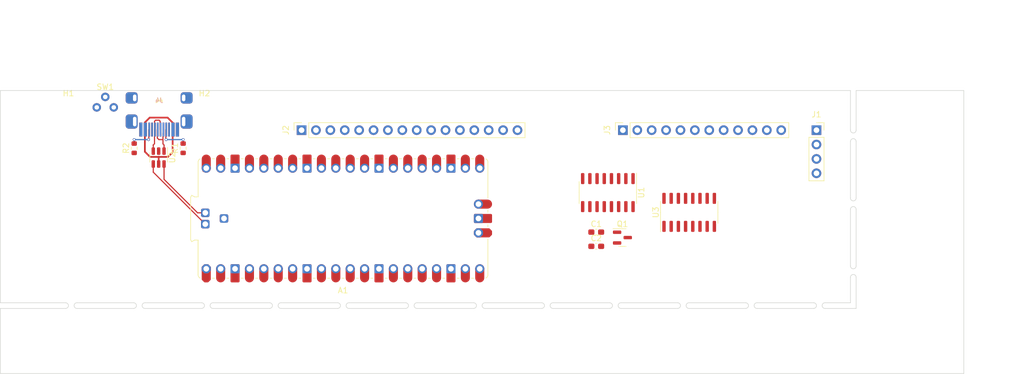
<source format=kicad_pcb>
(kicad_pcb (version 20221018) (generator pcbnew)
  (layers (0 "F.Cu" signal) (31 "B.Cu" signal) (34 "B.Paste" user) (35 "F.Paste" user) (36 "B.SilkS" user "B.Silkscreen") (37 "F.SilkS" user "F.Silkscreen") (38 "B.Mask" user) (39 "F.Mask" user) (44 "Edge.Cuts" user))
  (net 0 "")
  (net 1 "GND")
  (net 2 "VBUS")
  (net 3 "/SCROLL_LOCK")
  (net 4 "/CAPS_LOCK")
  (net 5 "/NUM_LOCK")
  (net 6 "/ROW1")
  (net 7 "/ROW2")
  (net 8 "/ROW3")
  (net 9 "/ROW4")
  (net 10 "/ROW5")
  (net 11 "/ROW6")
  (net 12 "/ROW7")
  (net 13 "/ROW8")
  (net 14 "/COL1")
  (net 15 "/COL2")
  (net 16 "/COL3")
  (net 17 "/COL4")
  (net 18 "/COL5")
  (net 19 "/COL6")
  (net 20 "/COL7")
  (net 21 "/COL8")
  (net 22 "Net-(J4-CC1)")
  (net 23 "/USB_D+")
  (net 24 "/USB_D-")
  (net 25 "Net-(J4-CC2)")
  (net 26 "+3V3")
  (net 27 "/COL9")
  (net 28 "/COL10")
  (net 29 "/COL11")
  (net 30 "/COL12")
  (net 53 "/SPI1_RX")
  (net 54 "/SPI1_CS")
  (net 55 "/SPI1_SCK")
  (net 56 "/USB_ESD_D-")
  (net 57 "/USB_ESD_D+")
  (net 58 "/RUN")
  (net 59 "Net-(Q1-D)")
  (net 60 "/COL13")
  (net 61 "/COL14")
  (net 62 "/COL15")
  (net 63 "/COL16")
  (net 64 "Net-(U1-SA{slash}SerialIn)")
  (footprint "prettylib:Raspberry_Pi_Pico_SMT_THT" (layer "F.Cu") (at 67.222 61.996 90)
    (fp_text reference "A1" (at -3.81 24.13) (layer "F.SilkS"))
    (fp_text value "RaspberryPi-Pico")
    (fp_line (start -1.67 1.06) (end -1.67 1.48) (stroke (width 0.12)) (layer "F.SilkS"))
    (fp_line (start -1.67 3.6) (end -1.67 4.02) (stroke (width 0.12)) (layer "F.SilkS"))
    (fp_line (start -1.67 6.14) (end -1.67 6.56) (stroke (width 0.12)) (layer "F.SilkS"))
    (fp_line (start -1.67 8.68) (end -1.67 9.1) (stroke (width 0.12)) (layer "F.SilkS"))
    (fp_line (start -1.67 11.22) (end -1.67 11.64) (stroke (width 0.12)) (layer "F.SilkS"))
    (fp_line (start -1.67 13.76) (end -1.67 14.18) (stroke (width 0.12)) (layer "F.SilkS"))
    (fp_line (start -1.67 16.3) (end -1.67 16.72) (stroke (width 0.12)) (layer "F.SilkS"))
    (fp_line (start -1.67 18.84) (end -1.67 19.26) (stroke (width 0.12)) (layer "F.SilkS"))
    (fp_line (start -1.67 21.38) (end -1.67 21.8) (stroke (width 0.12)) (layer "F.SilkS"))
    (fp_line (start -1.67 23.92) (end -1.67 24.34) (stroke (width 0.12)) (layer "F.SilkS"))
    (fp_line (start -1.67 26.46) (end -1.67 26.88) (stroke (width 0.12)) (layer "F.SilkS"))
    (fp_line (start -1.67 29) (end -1.67 29.42) (stroke (width 0.12)) (layer "F.SilkS"))
    (fp_line (start -1.67 31.54) (end -1.67 31.96) (stroke (width 0.12)) (layer "F.SilkS"))
    (fp_line (start -1.67 34.08) (end -1.67 34.5) (stroke (width 0.12)) (layer "F.SilkS"))
    (fp_line (start -1.67 36.62) (end -1.67 37.04) (stroke (width 0.12)) (layer "F.SilkS"))
    (fp_line (start -1.67 39.16) (end -1.67 39.58) (stroke (width 0.12)) (layer "F.SilkS"))
    (fp_line (start -1.67 41.7) (end -1.67 42.12) (stroke (width 0.12)) (layer "F.SilkS"))
    (fp_line (start -1.67 44.24) (end -1.67 44.66) (stroke (width 0.12)) (layer "F.SilkS"))
    (fp_line (start -1.67 46.78) (end -1.67 47.2) (stroke (width 0.12)) (layer "F.SilkS"))
    (fp_line (start -1.11 -1.43) (end 5.08 -1.43) (stroke (width 0.12)) (layer "F.SilkS"))
    (fp_line (start -1.11 49.69) (end 5.29 49.69) (stroke (width 0.12)) (layer "F.SilkS"))
    (fp_line (start 4.79 -2.56) (end 5.12 -2.75) (stroke (width 0.12)) (layer "F.SilkS"))
    (fp_line (start 5.08 -2.06) (end 4.79 -2.56) (stroke (width 0.12)) (layer "F.SilkS"))
    (fp_line (start 5.08 -1.43) (end -1.11 -1.43) (stroke (width 0.12)) (layer "F.SilkS"))
    (fp_line (start 5.08 -1.43) (end 5.08 -2.06) (stroke (width 0.12)) (layer "F.SilkS"))
    (fp_line (start 5.12 -2.75) (end 12.66 -2.75) (stroke (width 0.12)) (layer "F.SilkS"))
    (fp_line (start 7.41 49.69) (end 7.83 49.69) (stroke (width 0.12)) (layer "F.SilkS"))
    (fp_line (start 9.95 49.69) (end 10.37 49.69) (stroke (width 0.12)) (layer "F.SilkS"))
    (fp_line (start 12.49 49.69) (end 18.89 49.69) (stroke (width 0.12)) (layer "F.SilkS"))
    (fp_line (start 12.66 -2.75) (end 12.99 -2.56) (stroke (width 0.12)) (layer "F.SilkS"))
    (fp_line (start 12.7 -2.06) (end 12.7 -1.43) (stroke (width 0.12)) (layer "F.SilkS"))
    (fp_line (start 12.99 -2.56) (end 12.7 -2.06) (stroke (width 0.12)) (layer "F.SilkS"))
    (fp_line (start 18.89 -1.43) (end 12.7 -1.43) (stroke (width 0.12)) (layer "F.SilkS"))
    (fp_line (start 19.45 1.06) (end 19.45 1.48) (stroke (width 0.12)) (layer "F.SilkS"))
    (fp_line (start 19.45 3.6) (end 19.45 4.02) (stroke (width 0.12)) (layer "F.SilkS"))
    (fp_line (start 19.45 6.14) (end 19.45 6.56) (stroke (width 0.12)) (layer "F.SilkS"))
    (fp_line (start 19.45 8.68) (end 19.45 9.1) (stroke (width 0.12)) (layer "F.SilkS"))
    (fp_line (start 19.45 11.22) (end 19.45 11.64) (stroke (width 0.12)) (layer "F.SilkS"))
    (fp_line (start 19.45 13.76) (end 19.45 14.18) (stroke (width 0.12)) (layer "F.SilkS"))
    (fp_line (start 19.45 16.3) (end 19.45 16.72) (stroke (width 0.12)) (layer "F.SilkS"))
    (fp_line (start 19.45 18.84) (end 19.45 19.26) (stroke (width 0.12)) (layer "F.SilkS"))
    (fp_line (start 19.45 21.38) (end 19.45 21.8) (stroke (width 0.12)) (layer "F.SilkS"))
    (fp_line (start 19.45 23.92) (end 19.45 24.34) (stroke (width 0.12)) (layer "F.SilkS"))
    (fp_line (start 19.45 26.46) (end 19.45 26.88) (stroke (width 0.12)) (layer "F.SilkS"))
    (fp_line (start 19.45 29) (end 19.45 29.42) (stroke (width 0.12)) (layer "F.SilkS"))
    (fp_line (start 19.45 31.54) (end 19.45 31.96) (stroke (width 0.12)) (layer "F.SilkS"))
    (fp_line (start 19.45 34.08) (end 19.45 34.5) (stroke (width 0.12)) (layer "F.SilkS"))
    (fp_line (start 19.45 36.62) (end 19.45 37.04) (stroke (width 0.12)) (layer "F.SilkS"))
    (fp_line (start 19.45 39.16) (end 19.45 39.58) (stroke (width 0.12)) (layer "F.SilkS"))
    (fp_line (start 19.45 41.7) (end 19.45 42.12) (stroke (width 0.12)) (layer "F.SilkS"))
    (fp_line (start 19.45 44.24) (end 19.45 44.66) (stroke (width 0.12)) (layer "F.SilkS"))
    (fp_line (start 19.45 46.78) (end 19.45 47.2) (stroke (width 0.12)) (layer "F.SilkS"))
    (fp_arc (start -1.64 -1.06) (mid -1.433508 -1.328808) (end -1.11 -1.43) (stroke (width 0.12)) (layer "F.SilkS"))
    (fp_arc (start -1.11 49.69) (mid -1.433508 49.588809) (end -1.64 49.32) (stroke (width 0.12)) (layer "F.SilkS"))
    (fp_arc (start 18.89 -1.43) (mid 19.213491 -1.328806) (end 19.42 -1.06) (stroke (width 0.12)) (layer "F.SilkS"))
    (fp_arc (start 19.42 49.32) (mid 19.213487 49.588772) (end 18.89 49.69) (stroke (width 0.12)) (layer "F.SilkS"))
    (pad "" np_thru_hole circle (at 3.19 0.63 90) (size 2.1 2.1) (drill 2.1) (layers "F&B.Cu" "*.Mask") (clearance 1.05))
    (pad "" np_thru_hole circle (at 3.19 47.63 90) (size 2.1 2.1) (drill 2.1) (layers "F&B.Cu" "*.Mask") (clearance 1.05))
    (pad "" np_thru_hole circle (at 14.59 0.63 90) (size 2.1 2.1) (drill 2.1) (layers "F&B.Cu" "*.Mask") (clearance 1.05))
    (pad "" np_thru_hole circle (at 14.59 47.63 90) (size 2.1 2.1) (drill 2.1) (layers "F&B.Cu" "*.Mask") (clearance 1.05))
    (pad "1" smd custom (at -1.6 0 90) (size 1.6 1.6) (layers "F.Cu" "F.Mask") (net 6 "/ROW1") (options (clearance convexhull) (anchor circle)) (primitives (gr_poly (pts (xy 2.2 0.248529) (xy 1.848529 0.6) (xy -0.248529 0.6) (xy -0.6 0.248529) (xy -0.6 -0.248529) (xy -0.248529 -0.6) (xy 1.848529 -0.6) (xy 2.2 -0.248529)) (width 0.4) (fill yes))))
    (pad "1" thru_hole custom (at 0 0 90) (size 1.6 1.6) (drill 1) (layers "*.Cu" "*.Mask") (net 6 "/ROW1") (options (clearance convexhull) (anchor circle)) (primitives (gr_poly (pts (xy 0.6 0.248529) (xy 0.248529 0.6) (xy -0.248529 0.6) (xy -0.6 0.248529) (xy -0.6 -0.248529) (xy -0.248529 -0.6) (xy 0.248529 -0.6) (xy 0.6 -0.248529)) (width 0.4) (fill yes))))
    (pad "2" smd oval (at -1.6 2.54 90) (size 3.2 1.6) (drill (offset 0.8 0)) (layers "F.Cu" "F.Mask") (net 7 "/ROW2"))
    (pad "2" thru_hole circle (at 0 2.54 90) (size 1.6 1.6) (drill 1) (layers "*.Cu" "*.Mask") (net 7 "/ROW2"))
    (pad "3" smd roundrect (at -1.6 5.08 90) (size 3.2 1.6) (drill (offset 0.8 0)) (layers "F.Cu" "F.Mask") (roundrect_rratio 0.125) (net 1 "GND"))
    (pad "3" thru_hole roundrect (at 0 5.08 90) (size 1.6 1.6) (drill 1) (layers "*.Cu" "*.Mask") (roundrect_rratio 0.125) (net 1 "GND"))
    (pad "4" smd oval (at -1.6 7.62 90) (size 3.2 1.6) (drill (offset 0.8 0)) (layers "F.Cu" "F.Mask") (net 8 "/ROW3"))
    (pad "4" thru_hole circle (at 0 7.62 90) (size 1.6 1.6) (drill 1) (layers "*.Cu" "*.Mask") (net 8 "/ROW3"))
    (pad "5" smd oval (at -1.6 10.16 90) (size 3.2 1.6) (drill (offset 0.8 0)) (layers "F.Cu" "F.Mask") (net 9 "/ROW4"))
    (pad "5" thru_hole circle (at 0 10.16 90) (size 1.6 1.6) (drill 1) (layers "*.Cu" "*.Mask") (net 9 "/ROW4"))
    (pad "6" smd oval (at -1.6 12.7 90) (size 3.2 1.6) (drill (offset 0.8 0)) (layers "F.Cu" "F.Mask") (net 10 "/ROW5"))
    (pad "6" thru_hole circle (at 0 12.7 90) (size 1.6 1.6) (drill 1) (layers "*.Cu" "*.Mask") (net 10 "/ROW5"))
    (pad "7" smd oval (at -1.6 15.24 90) (size 3.2 1.6) (drill (offset 0.8 0)) (layers "F.Cu" "F.Mask") (net 11 "/ROW6"))
    (pad "7" thru_hole circle (at 0 15.24 90) (size 1.6 1.6) (drill 1) (layers "*.Cu" "*.Mask") (net 11 "/ROW6"))
    (pad "8" smd roundrect (at -1.6 17.78 90) (size 3.2 1.6) (drill (offset 0.8 0)) (layers "F.Cu" "F.Mask") (roundrect_rratio 0.125) (net 1 "GND"))
    (pad "8" thru_hole roundrect (at 0 17.78 90) (size 1.6 1.6) (drill 1) (layers "*.Cu" "*.Mask") (roundrect_rratio 0.125) (net 1 "GND"))
    (pad "9" smd oval (at -1.6 20.32 90) (size 3.2 1.6) (drill (offset 0.8 0)) (layers "F.Cu" "F.Mask") (net 12 "/ROW7"))
    (pad "9" thru_hole circle (at 0 20.32 90) (size 1.6 1.6) (drill 1) (layers "*.Cu" "*.Mask") (net 12 "/ROW7"))
    (pad "10" smd oval (at -1.6 22.86 90) (size 3.2 1.6) (drill (offset 0.8 0)) (layers "F.Cu" "F.Mask") (net 13 "/ROW8"))
    (pad "10" thru_hole circle (at 0 22.86 90) (size 1.6 1.6) (drill 1) (layers "*.Cu" "*.Mask") (net 13 "/ROW8"))
    (pad "11" smd oval (at -1.6 25.4 90) (size 3.2 1.6) (drill (offset 0.8 0)) (layers "F.Cu" "F.Mask") (net 53 "/SPI1_RX"))
    (pad "11" thru_hole circle (at 0 25.4 90) (size 1.6 1.6) (drill 1) (layers "*.Cu" "*.Mask") (net 53 "/SPI1_RX"))
    (pad "12" smd oval (at -1.6 27.94 90) (size 3.2 1.6) (drill (offset 0.8 0)) (layers "F.Cu" "F.Mask") (net 54 "/SPI1_CS"))
    (pad "12" thru_hole circle (at 0 27.94 90) (size 1.6 1.6) (drill 1) (layers "*.Cu" "*.Mask") (net 54 "/SPI1_CS"))
    (pad "13" smd roundrect (at -1.6 30.48 90) (size 3.2 1.6) (drill (offset 0.8 0)) (layers "F.Cu" "F.Mask") (roundrect_rratio 0.125) (net 1 "GND"))
    (pad "13" thru_hole roundrect (at 0 30.48 90) (size 1.6 1.6) (drill 1) (layers "*.Cu" "*.Mask") (roundrect_rratio 0.125) (net 1 "GND"))
    (pad "14" smd oval (at -1.6 33.02 90) (size 3.2 1.6) (drill (offset 0.8 0)) (layers "F.Cu" "F.Mask") (net 55 "/SPI1_SCK"))
    (pad "14" thru_hole circle (at 0 33.02 90) (size 1.6 1.6) (drill 1) (layers "*.Cu" "*.Mask") (net 55 "/SPI1_SCK"))
    (pad "15" smd oval (at -1.6 35.56 90) (size 3.2 1.6) (drill (offset 0.8 0)) (layers "F.Cu" "F.Mask") (net 3 "/SCROLL_LOCK"))
    (pad "15" thru_hole circle (at 0 35.56 90) (size 1.6 1.6) (drill 1) (layers "*.Cu" "*.Mask") (net 3 "/SCROLL_LOCK"))
    (pad "16" smd oval (at -1.6 38.1 90) (size 3.2 1.6) (drill (offset 0.8 0)) (layers "F.Cu" "F.Mask") (net 4 "/CAPS_LOCK"))
    (pad "16" thru_hole circle (at 0 38.1 90) (size 1.6 1.6) (drill 1) (layers "*.Cu" "*.Mask") (net 4 "/CAPS_LOCK"))
    (pad "17" smd oval (at -1.6 40.64 90) (size 3.2 1.6) (drill (offset 0.8 0)) (layers "F.Cu" "F.Mask") (net 5 "/NUM_LOCK"))
    (pad "17" thru_hole circle (at 0 40.64 90) (size 1.6 1.6) (drill 1) (layers "*.Cu" "*.Mask") (net 5 "/NUM_LOCK"))
    (pad "18" smd roundrect (at -1.6 43.18 90) (size 3.2 1.6) (drill (offset 0.8 0)) (layers "F.Cu" "F.Mask") (roundrect_rratio 0.125) (net 1 "GND"))
    (pad "18" thru_hole roundrect (at 0 43.18 90) (size 1.6 1.6) (drill 1) (layers "*.Cu" "*.Mask") (roundrect_rratio 0.125) (net 1 "GND"))
    (pad "19" smd oval (at -1.6 45.72 90) (size 3.2 1.6) (drill (offset 0.8 0)) (layers "F.Cu" "F.Mask"))
    (pad "19" thru_hole circle (at 0 45.72 90) (size 1.6 1.6) (drill 1) (layers "*.Cu" "*.Mask"))
    (pad "20" smd oval (at -1.6 48.26 90) (size 3.2 1.6) (drill (offset 0.8 0)) (layers "F.Cu" "F.Mask"))
    (pad "20" thru_hole circle (at 0 48.26 90) (size 1.6 1.6) (drill 1) (layers "*.Cu" "*.Mask"))
    (pad "21" thru_hole circle (at 17.78 48.26 90) (size 1.6 1.6) (drill 1) (layers "*.Cu" "*.Mask"))
    (pad "21" smd oval (at 19.38 48.26 90) (size 3.2 1.6) (drill (offset -0.8 0)) (layers "F.Cu" "F.Mask"))
    (pad "22" thru_hole circle (at 17.78 45.72 90) (size 1.6 1.6) (drill 1) (layers "*.Cu" "*.Mask"))
    (pad "22" smd oval (at 19.38 45.72 90) (size 3.2 1.6) (drill (offset -0.8 0)) (layers "F.Cu" "F.Mask"))
    (pad "23" thru_hole roundrect (at 17.78 43.18 90) (size 1.6 1.6) (drill 1) (layers "*.Cu" "*.Mask") (roundrect_rratio 0.125) (net 1 "GND"))
    (pad "23" smd roundrect (at 19.38 43.18 90) (size 3.2 1.6) (drill (offset -0.8 0)) (layers "F.Cu" "F.Mask") (roundrect_rratio 0.125) (net 1 "GND"))
    (pad "24" thru_hole circle (at 17.78 40.64 90) (size 1.6 1.6) (drill 1) (layers "*.Cu" "*.Mask"))
    (pad "24" smd oval (at 19.38 40.64 90) (size 3.2 1.6) (drill (offset -0.8 0)) (layers "F.Cu" "F.Mask"))
    (pad "25" thru_hole circle (at 17.78 38.1 90) (size 1.6 1.6) (drill 1) (layers "*.Cu" "*.Mask"))
    (pad "25" smd oval (at 19.38 38.1 90) (size 3.2 1.6) (drill (offset -0.8 0)) (layers "F.Cu" "F.Mask"))
    (pad "26" thru_hole circle (at 17.78 35.56 90) (size 1.6 1.6) (drill 1) (layers "*.Cu" "*.Mask"))
    (pad "26" smd oval (at 19.38 35.56 90) (size 3.2 1.6) (drill (offset -0.8 0)) (layers "F.Cu" "F.Mask"))
    (pad "27" thru_hole circle (at 17.78 33.02 90) (size 1.6 1.6) (drill 1) (layers "*.Cu" "*.Mask"))
    (pad "27" smd oval (at 19.38 33.02 90) (size 3.2 1.6) (drill (offset -0.8 0)) (layers "F.Cu" "F.Mask"))
    (pad "28" thru_hole roundrect (at 17.78 30.48 90) (size 1.6 1.6) (drill 1) (layers "*.Cu" "*.Mask") (roundrect_rratio 0.125) (net 1 "GND"))
    (pad "28" smd roundrect (at 19.38 30.48 90) (size 3.2 1.6) (drill (offset -0.8 0)) (layers "F.Cu" "F.Mask") (roundrect_rratio 0.125) (net 1 "GND"))
    (pad "29" thru_hole circle (at 17.78 27.94 90) (size 1.6 1.6) (drill 1) (layers "*.Cu" "*.Mask"))
    (pad "29" smd oval (at 19.38 27.94 90) (size 3.2 1.6) (drill (offset -0.8 0)) (layers "F.Cu" "F.Mask"))
    (pad "30" thru_hole circle (at 17.78 25.4 90) (size 1.6 1.6) (drill 1) (layers "*.Cu" "*.Mask") (net 58 "/RUN"))
    (pad "30" smd oval (at 19.38 25.4 90) (size 3.2 1.6) (drill (offset -0.8 0)) (layers "F.Cu" "F.Mask") (net 58 "/RUN"))
    (pad "31" thru_hole circle (at 17.78 22.86 90) (size 1.6 1.6) (drill 1) (layers "*.Cu" "*.Mask"))
    (pad "31" smd oval (at 19.38 22.86 90) (size 3.2 1.6) (drill (offset -0.8 0)) (layers "F.Cu" "F.Mask"))
    (pad "32" thru_hole circle (at 17.78 20.32 90) (size 1.6 1.6) (drill 1) (layers "*.Cu" "*.Mask"))
    (pad "32" smd oval (at 19.38 20.32 90) (size 3.2 1.6) (drill (offset -0.8 0)) (layers "F.Cu" "F.Mask"))
    (pad "33" thru_hole roundrect (at 17.78 17.78 90) (size 1.6 1.6) (drill 1) (layers "*.Cu" "*.Mask") (roundrect_rratio 0.125))
    (pad "33" smd roundrect (at 19.38 17.78 90) (size 3.2 1.6) (drill (offset -0.8 0)) (layers "F.Cu" "F.Mask") (roundrect_rratio 0.125))
    (pad "34" thru_hole circle (at 17.78 15.24 90) (size 1.6 1.6) (drill 1) (layers "*.Cu" "*.Mask"))
    (pad "34" smd oval (at 19.38 15.24 90) (size 3.2 1.6) (drill (offset -0.8 0)) (layers "F.Cu" "F.Mask"))
    (pad "35" thru_hole circle (at 17.78 12.7 90) (size 1.6 1.6) (drill 1) (layers "*.Cu" "*.Mask"))
    (pad "35" smd oval (at 19.38 12.7 90) (size 3.2 1.6) (drill (offset -0.8 0)) (layers "F.Cu" "F.Mask"))
    (pad "36" thru_hole circle (at 17.78 10.16 90) (size 1.6 1.6) (drill 1) (layers "*.Cu" "*.Mask") (net 26 "+3V3"))
    (pad "36" smd oval (at 19.38 10.16 90) (size 3.2 1.6) (drill (offset -0.8 0)) (layers "F.Cu" "F.Mask") (net 26 "+3V3"))
    (pad "37" thru_hole circle (at 17.78 7.62 90) (size 1.6 1.6) (drill 1) (layers "*.Cu" "*.Mask"))
    (pad "37" smd oval (at 19.38 7.62 90) (size 3.2 1.6) (drill (offset -0.8 0)) (layers "F.Cu" "F.Mask"))
    (pad "38" thru_hole roundrect (at 17.78 5.08 90) (size 1.6 1.6) (drill 1) (layers "*.Cu" "*.Mask") (roundrect_rratio 0.125) (net 1 "GND"))
    (pad "38" smd roundrect (at 19.38 5.08 90) (size 3.2 1.6) (drill (offset -0.8 0)) (layers "F.Cu" "F.Mask") (roundrect_rratio 0.125) (net 1 "GND"))
    (pad "39" thru_hole circle (at 17.78 2.54 90) (size 1.6 1.6) (drill 1) (layers "*.Cu" "*.Mask"))
    (pad "39" smd oval (at 19.38 2.54 90) (size 3.2 1.6) (drill (offset -0.8 0)) (layers "F.Cu" "F.Mask"))
    (pad "40" thru_hole circle (at 17.78 0 90) (size 1.6 1.6) (drill 1) (layers "*.Cu" "*.Mask") (net 2 "VBUS"))
    (pad "40" smd oval (at 19.38 0 90) (size 3.2 1.6) (drill (offset -0.8 0)) (layers "F.Cu" "F.Mask") (net 2 "VBUS"))
    (pad "41" thru_hole custom (at 6.35 48.03 90) (size 1.6 1.6) (drill 1) (layers "*.Cu" "*.Mask") (options (clearance convexhull) (anchor circle)) (primitives (gr_poly (pts (xy 0.6 0.248529) (xy 0.248529 0.6) (xy -0.248529 0.6) (xy -0.6 0.248529) (xy -0.6 -0.248529) (xy -0.248529 -0.6) (xy 0.248529 -0.6) (xy 0.6 -0.248529)) (width 0.4) (fill yes))))
    (pad "41" smd custom (at 6.35 49.63 90) (size 1.6 1.6) (layers "F.Cu" "F.Mask") (options (clearance convexhull) (anchor circle)) (primitives (gr_poly (pts (xy 0.6 0.248529) (xy 0.248529 0.6) (xy -0.248529 0.6) (xy -0.6 0.248529) (xy -0.6 -1.848529) (xy -0.248529 -2.2) (xy 0.248529 -2.2) (xy 0.6 -1.848529)) (width 0.4) (fill yes))))
    (pad "42" thru_hole roundrect (at 8.89 48.03 90) (size 1.6 1.6) (drill 1) (layers "*.Cu" "*.Mask") (roundrect_rratio 0.125) (net 1 "GND"))
    (pad "42" smd roundrect (at 8.89 49.63 90) (size 1.6 3.2) (drill (offset 0 -0.8)) (layers "F.Cu" "F.Mask") (roundrect_rratio 0.125) (net 1 "GND"))
    (pad "43" thru_hole circle (at 11.43 48.03 90) (size 1.6 1.6) (drill 1) (layers "*.Cu" "*.Mask"))
    (pad "43" smd oval (at 11.43 49.63 90) (size 1.6 3.2) (drill (offset 0 -0.8)) (layers "F.Cu" "F.Mask"))
    (pad "51" thru_hole roundrect (at 8.89 3.13 90) (size 1.5 1.5) (drill 1) (property pad_prop_testpoint) (layers "*.Cu" "*.Mask") (roundrect_rratio 0.2) (net 1 "GND"))
    (pad "52" thru_hole roundrect (at 9.89 -0.17 90) (size 1.5 1.5) (drill 1) (property pad_prop_testpoint) (layers "*.Cu" "*.Mask") (roundrect_rratio 0.2) (net 56 "/USB_ESD_D-"))
    (pad "53" thru_hole roundrect (at 7.89 -0.17 90) (size 1.5 1.5) (drill 1) (property pad_prop_testpoint) (layers "*.Cu" "*.Mask") (roundrect_rratio 0.2) (net 57 "/USB_ESD_D+"))
  )
  (footprint "MountingHole:MountingHole_3.5mm" (layer "F.Cu") (at 42.9 35.5)
    (fp_text reference "H1" (at 0 -4.5) (layer "F.SilkS"))
    (fp_text value "MountingHole")
    (pad "" np_thru_hole circle locked (at 0 0) (size 3.5 3.5) (drill 3.5) (layers "*.Cu" "*.Mask"))
  )
  (footprint "prettylib:TC-1109DE-X-X" (layer "F.Cu") (at 49.4 31.625)
    (fp_text reference "SW1" (at 0 -1.75 unlocked) (layer "F.SilkS"))
    (fp_text value "SWITCH")
    (pad "1" thru_hole circle (at 1.5 1.85 180) (size 1.5 1.5) (drill 0.8) (layers "*.Cu" "*.Mask") (net 1 "GND"))
    (pad "2" thru_hole circle (at -1.5 1.85 180) (size 1.5 1.5) (drill 0.8) (layers "*.Cu" "*.Mask") (net 58 "/RUN"))
    (pad "3" thru_hole circle (at 0 0 180) (size 1.5 1.5) (drill 0.8) (layers "*.Cu" "*.Mask"))
  )
  (footprint "Connector_PinSocket_2.54mm:PinSocket_1x12_P2.54mm_Vertical" (layer "F.Cu") (at 140.74 37.5 90)
    (fp_text reference "J3" (at 0 -2.77 90) (layer "F.SilkS"))
    (fp_text value "Columns")
    (fp_line (start -1.33 1.27) (end -1.33 29.27) (stroke (width 0.12)) (layer "F.SilkS"))
    (fp_line (start -1.33 1.27) (end 1.33 1.27) (stroke (width 0.12)) (layer "F.SilkS"))
    (fp_line (start -1.33 29.27) (end 1.33 29.27) (stroke (width 0.12)) (layer "F.SilkS"))
    (fp_line (start 0 -1.33) (end 1.33 -1.33) (stroke (width 0.12)) (layer "F.SilkS"))
    (fp_line (start 1.33 -1.33) (end 1.33 0) (stroke (width 0.12)) (layer "F.SilkS"))
    (fp_line (start 1.33 1.27) (end 1.33 29.27) (stroke (width 0.12)) (layer "F.SilkS"))
    (pad "1" thru_hole rect (at 0 0 90) (size 1.7 1.7) (drill 1) (layers "*.Cu" "*.Mask") (net 14 "/COL1"))
    (pad "2" thru_hole oval (at 0 2.54 90) (size 1.7 1.7) (drill 1) (layers "*.Cu" "*.Mask") (net 15 "/COL2"))
    (pad "3" thru_hole oval (at 0 5.08 90) (size 1.7 1.7) (drill 1) (layers "*.Cu" "*.Mask") (net 16 "/COL3"))
    (pad "4" thru_hole oval (at 0 7.62 90) (size 1.7 1.7) (drill 1) (layers "*.Cu" "*.Mask") (net 17 "/COL4"))
    (pad "5" thru_hole oval (at 0 10.16 90) (size 1.7 1.7) (drill 1) (layers "*.Cu" "*.Mask") (net 18 "/COL5"))
    (pad "6" thru_hole oval (at 0 12.7 90) (size 1.7 1.7) (drill 1) (layers "*.Cu" "*.Mask") (net 19 "/COL6"))
    (pad "7" thru_hole oval (at 0 15.24 90) (size 1.7 1.7) (drill 1) (layers "*.Cu" "*.Mask") (net 20 "/COL7"))
    (pad "8" thru_hole oval (at 0 17.78 90) (size 1.7 1.7) (drill 1) (layers "*.Cu" "*.Mask") (net 21 "/COL8"))
    (pad "9" thru_hole oval (at 0 20.32 90) (size 1.7 1.7) (drill 1) (layers "*.Cu" "*.Mask") (net 27 "/COL9"))
    (pad "10" thru_hole oval (at 0 22.86 90) (size 1.7 1.7) (drill 1) (layers "*.Cu" "*.Mask") (net 28 "/COL10"))
    (pad "11" thru_hole oval (at 0 25.4 90) (size 1.7 1.7) (drill 1) (layers "*.Cu" "*.Mask") (net 29 "/COL11"))
    (pad "12" thru_hole oval (at 0 27.94 90) (size 1.7 1.7) (drill 1) (layers "*.Cu" "*.Mask") (net 30 "/COL12"))
  )
  (footprint "Package_SO:SOIC-16_3.9x9.9mm_P1.27mm" (layer "F.Cu") (at 152.439 52.025 90)
    (fp_text reference "U3" (at 0 -5.9 90) (layer "F.SilkS"))
    (fp_text value "74HC589")
    (fp_line (start 0 -5.06) (end -3.45 -5.06) (stroke (width 0.12)) (layer "F.SilkS"))
    (fp_line (start 0 -5.06) (end 1.95 -5.06) (stroke (width 0.12)) (layer "F.SilkS"))
    (fp_line (start 0 5.06) (end -1.95 5.06) (stroke (width 0.12)) (layer "F.SilkS"))
    (fp_line (start 0 5.06) (end 1.95 5.06) (stroke (width 0.12)) (layer "F.SilkS"))
    (pad "1" smd roundrect (at -2.475 -4.445 90) (size 1.95 0.6) (layers "F.Cu" "F.Paste" "F.Mask") (net 28 "/COL10"))
    (pad "2" smd roundrect (at -2.475 -3.175 90) (size 1.95 0.6) (layers "F.Cu" "F.Paste" "F.Mask") (net 29 "/COL11"))
    (pad "3" smd roundrect (at -2.475 -1.905 90) (size 1.95 0.6) (layers "F.Cu" "F.Paste" "F.Mask") (net 30 "/COL12"))
    (pad "4" smd roundrect (at -2.475 -0.635 90) (size 1.95 0.6) (layers "F.Cu" "F.Paste" "F.Mask") (net 60 "/COL13"))
    (pad "5" smd roundrect (at -2.475 0.635 90) (size 1.95 0.6) (layers "F.Cu" "F.Paste" "F.Mask") (net 61 "/COL14"))
    (pad "6" smd roundrect (at -2.475 1.905 90) (size 1.95 0.6) (layers "F.Cu" "F.Paste" "F.Mask") (net 62 "/COL15"))
    (pad "7" smd roundrect (at -2.475 3.175 90) (size 1.95 0.6) (layers "F.Cu" "F.Paste" "F.Mask") (net 63 "/COL16"))
    (pad "8" smd roundrect (at -2.475 4.445 90) (size 1.95 0.6) (layers "F.Cu" "F.Paste" "F.Mask") (net 1 "GND"))
    (pad "9" smd roundrect (at 2.475 4.445 90) (size 1.95 0.6) (layers "F.Cu" "F.Paste" "F.Mask") (net 64 "Net-(U1-SA{slash}SerialIn)"))
    (pad "10" smd roundrect (at 2.475 3.175 90) (size 1.95 0.6) (layers "F.Cu" "F.Paste" "F.Mask") (net 54 "/SPI1_CS"))
    (pad "11" smd roundrect (at 2.475 1.905 90) (size 1.95 0.6) (layers "F.Cu" "F.Paste" "F.Mask") (net 55 "/SPI1_SCK"))
    (pad "12" smd roundrect (at 2.475 0.635 90) (size 1.95 0.6) (layers "F.Cu" "F.Paste" "F.Mask") (net 59 "Net-(Q1-D)"))
    (pad "13" smd roundrect (at 2.475 -0.635 90) (size 1.95 0.6) (layers "F.Cu" "F.Paste" "F.Mask") (net 59 "Net-(Q1-D)"))
    (pad "14" smd roundrect (at 2.475 -1.905 90) (size 1.95 0.6) (layers "F.Cu" "F.Paste" "F.Mask") (net 1 "GND"))
    (pad "15" smd roundrect (at 2.475 -3.175 90) (size 1.95 0.6) (layers "F.Cu" "F.Paste" "F.Mask") (net 27 "/COL9"))
    (pad "16" smd roundrect (at 2.475 -4.445 90) (size 1.95 0.6) (layers "F.Cu" "F.Paste" "F.Mask") (net 26 "+3V3"))
  )
  (footprint "Capacitor_SMD:C_0603_1608Metric_Pad1.08x0.95mm_HandSolder" (layer "F.Cu") (at 136.038 58.024)
    (fp_text reference "C2" (at 0 -1.43) (layer "F.SilkS"))
    (fp_text value "100n")
    (fp_line (start -0.146267 -0.51) (end 0.146267 -0.51) (stroke (width 0.12)) (layer "F.SilkS"))
    (fp_line (start -0.146267 0.51) (end 0.146267 0.51) (stroke (width 0.12)) (layer "F.SilkS"))
    (pad "1" smd roundrect (at -0.8625 0) (size 1.075 0.95) (layers "F.Cu" "F.Paste" "F.Mask") (net 26 "+3V3"))
    (pad "2" smd roundrect (at 0.8625 0) (size 1.075 0.95) (layers "F.Cu" "F.Paste" "F.Mask") (net 1 "GND"))
  )
  (footprint "Capacitor_SMD:C_0603_1608Metric_Pad1.08x0.95mm_HandSolder" (layer "F.Cu") (at 136.038 55.514)
    (fp_text reference "C1" (at 0 -1.43) (layer "F.SilkS"))
    (fp_text value "100n")
    (fp_line (start -0.146267 -0.51) (end 0.146267 -0.51) (stroke (width 0.12)) (layer "F.SilkS"))
    (fp_line (start -0.146267 0.51) (end 0.146267 0.51) (stroke (width 0.12)) (layer "F.SilkS"))
    (pad "1" smd roundrect (at -0.8625 0) (size 1.075 0.95) (layers "F.Cu" "F.Paste" "F.Mask") (net 26 "+3V3"))
    (pad "2" smd roundrect (at 0.8625 0) (size 1.075 0.95) (layers "F.Cu" "F.Paste" "F.Mask") (net 1 "GND"))
  )
  (footprint "Connector_PinSocket_2.54mm:PinSocket_1x16_P2.54mm_Vertical" (layer "F.Cu") (at 84.04 37.5 90)
    (fp_text reference "J2" (at 0 -2.77 90) (layer "F.SilkS"))
    (fp_text value "Rows")
    (fp_line (start -1.33 1.27) (end -1.33 39.43) (stroke (width 0.12)) (layer "F.SilkS"))
    (fp_line (start -1.33 1.27) (end 1.33 1.27) (stroke (width 0.12)) (layer "F.SilkS"))
    (fp_line (start -1.33 39.43) (end 1.33 39.43) (stroke (width 0.12)) (layer "F.SilkS"))
    (fp_line (start 0 -1.33) (end 1.33 -1.33) (stroke (width 0.12)) (layer "F.SilkS"))
    (fp_line (start 1.33 -1.33) (end 1.33 0) (stroke (width 0.12)) (layer "F.SilkS"))
    (fp_line (start 1.33 1.27) (end 1.33 39.43) (stroke (width 0.12)) (layer "F.SilkS"))
    (pad "1" thru_hole rect (at 0 0 90) (size 1.7 1.7) (drill 1) (layers "*.Cu" "*.Mask") (net 6 "/ROW1"))
    (pad "2" thru_hole oval (at 0 2.54 90) (size 1.7 1.7) (drill 1) (layers "*.Cu" "*.Mask") (net 7 "/ROW2"))
    (pad "3" thru_hole oval (at 0 5.08 90) (size 1.7 1.7) (drill 1) (layers "*.Cu" "*.Mask") (net 8 "/ROW3"))
    (pad "4" thru_hole oval (at 0 7.62 90) (size 1.7 1.7) (drill 1) (layers "*.Cu" "*.Mask") (net 9 "/ROW4"))
    (pad "5" thru_hole oval (at 0 10.16 90) (size 1.7 1.7) (drill 1) (layers "*.Cu" "*.Mask") (net 10 "/ROW5"))
    (pad "6" thru_hole oval (at 0 12.7 90) (size 1.7 1.7) (drill 1) (layers "*.Cu" "*.Mask") (net 11 "/ROW6"))
    (pad "7" thru_hole oval (at 0 15.24 90) (size 1.7 1.7) (drill 1) (layers "*.Cu" "*.Mask") (net 12 "/ROW7"))
    (pad "8" thru_hole oval (at 0 17.78 90) (size 1.7 1.7) (drill 1) (layers "*.Cu" "*.Mask") (net 13 "/ROW8"))
    (pad "9" thru_hole oval (at 0 20.32 90) (size 1.7 1.7) (drill 1) (layers "*.Cu" "*.Mask"))
    (pad "10" thru_hole oval (at 0 22.86 90) (size 1.7 1.7) (drill 1) (layers "*.Cu" "*.Mask"))
    (pad "11" thru_hole oval (at 0 25.4 90) (size 1.7 1.7) (drill 1) (layers "*.Cu" "*.Mask"))
    (pad "12" thru_hole oval (at 0 27.94 90) (size 1.7 1.7) (drill 1) (layers "*.Cu" "*.Mask"))
    (pad "13" thru_hole oval (at 0 30.48 90) (size 1.7 1.7) (drill 1) (layers "*.Cu" "*.Mask"))
    (pad "14" thru_hole oval (at 0 33.02 90) (size 1.7 1.7) (drill 1) (layers "*.Cu" "*.Mask"))
    (pad "15" thru_hole oval (at 0 35.56 90) (size 1.7 1.7) (drill 1) (layers "*.Cu" "*.Mask"))
    (pad "16" thru_hole oval (at 0 38.1 90) (size 1.7 1.7) (drill 1) (layers "*.Cu" "*.Mask"))
  )
  (footprint "Connector_PinSocket_2.54mm:PinSocket_1x04_P2.54mm_Vertical" (layer "F.Cu") (at 174.9 37.5)
    (fp_text reference "J1" (at 0 -2.77) (layer "F.SilkS"))
    (fp_text value "Leds")
    (fp_line (start -1.33 1.27) (end -1.33 8.95) (stroke (width 0.12)) (layer "F.SilkS"))
    (fp_line (start -1.33 1.27) (end 1.33 1.27) (stroke (width 0.12)) (layer "F.SilkS"))
    (fp_line (start -1.33 8.95) (end 1.33 8.95) (stroke (width 0.12)) (layer "F.SilkS"))
    (fp_line (start 0 -1.33) (end 1.33 -1.33) (stroke (width 0.12)) (layer "F.SilkS"))
    (fp_line (start 1.33 -1.33) (end 1.33 0) (stroke (width 0.12)) (layer "F.SilkS"))
    (fp_line (start 1.33 1.27) (end 1.33 8.95) (stroke (width 0.12)) (layer "F.SilkS"))
    (pad "1" thru_hole rect (at 0 0) (size 1.7 1.7) (drill 1) (layers "*.Cu" "*.Mask") (net 3 "/SCROLL_LOCK"))
    (pad "2" thru_hole oval (at 0 2.54) (size 1.7 1.7) (drill 1) (layers "*.Cu" "*.Mask") (net 4 "/CAPS_LOCK"))
    (pad "3" thru_hole oval (at 0 5.08) (size 1.7 1.7) (drill 1) (layers "*.Cu" "*.Mask") (net 26 "+3V3"))
    (pad "4" thru_hole oval (at 0 7.62) (size 1.7 1.7) (drill 1) (layers "*.Cu" "*.Mask") (net 5 "/NUM_LOCK"))
  )
  (footprint "Package_SO:SOIC-16_3.9x9.9mm_P1.27mm" (layer "F.Cu") (at 138.088 48.534 -90)
    (fp_text reference "U1" (at 0 -5.9 90) (layer "F.SilkS"))
    (fp_text value "74HC589")
    (fp_line (start 0 -5.06) (end -3.45 -5.06) (stroke (width 0.12)) (layer "F.SilkS"))
    (fp_line (start 0 -5.06) (end 1.95 -5.06) (stroke (width 0.12)) (layer "F.SilkS"))
    (fp_line (start 0 5.06) (end -1.95 5.06) (stroke (width 0.12)) (layer "F.SilkS"))
    (fp_line (start 0 5.06) (end 1.95 5.06) (stroke (width 0.12)) (layer "F.SilkS"))
    (pad "1" smd roundrect (at -2.475 -4.445 270) (size 1.95 0.6) (layers "F.Cu" "F.Paste" "F.Mask") (net 15 "/COL2"))
    (pad "2" smd roundrect (at -2.475 -3.175 270) (size 1.95 0.6) (layers "F.Cu" "F.Paste" "F.Mask") (net 16 "/COL3"))
    (pad "3" smd roundrect (at -2.475 -1.905 270) (size 1.95 0.6) (layers "F.Cu" "F.Paste" "F.Mask") (net 17 "/COL4"))
    (pad "4" smd roundrect (at -2.475 -0.635 270) (size 1.95 0.6) (layers "F.Cu" "F.Paste" "F.Mask") (net 18 "/COL5"))
    (pad "5" smd roundrect (at -2.475 0.635 270) (size 1.95 0.6) (layers "F.Cu" "F.Paste" "F.Mask") (net 19 "/COL6"))
    (pad "6" smd roundrect (at -2.475 1.905 270) (size 1.95 0.6) (layers "F.Cu" "F.Paste" "F.Mask") (net 20 "/COL7"))
    (pad "7" smd roundrect (at -2.475 3.175 270) (size 1.95 0.6) (layers "F.Cu" "F.Paste" "F.Mask") (net 21 "/COL8"))
    (pad "8" smd roundrect (at -2.475 4.445 270) (size 1.95 0.6) (layers "F.Cu" "F.Paste" "F.Mask") (net 1 "GND"))
    (pad "9" smd roundrect (at 2.475 4.445 270) (size 1.95 0.6) (layers "F.Cu" "F.Paste" "F.Mask") (net 53 "/SPI1_RX"))
    (pad "10" smd roundrect (at 2.475 3.175 270) (size 1.95 0.6) (layers "F.Cu" "F.Paste" "F.Mask") (net 54 "/SPI1_CS"))
    (pad "11" smd roundrect (at 2.475 1.905 270) (size 1.95 0.6) (layers "F.Cu" "F.Paste" "F.Mask") (net 55 "/SPI1_SCK"))
    (pad "12" smd roundrect (at 2.475 0.635 270) (size 1.95 0.6) (layers "F.Cu" "F.Paste" "F.Mask") (net 59 "Net-(Q1-D)"))
    (pad "13" smd roundrect (at 2.475 -0.635 270) (size 1.95 0.6) (layers "F.Cu" "F.Paste" "F.Mask") (net 59 "Net-(Q1-D)"))
    (pad "14" smd roundrect (at 2.475 -1.905 270) (size 1.95 0.6) (layers "F.Cu" "F.Paste" "F.Mask") (net 64 "Net-(U1-SA{slash}SerialIn)"))
    (pad "15" smd roundrect (at 2.475 -3.175 270) (size 1.95 0.6) (layers "F.Cu" "F.Paste" "F.Mask") (net 14 "/COL1"))
    (pad "16" smd roundrect (at 2.475 -4.445 270) (size 1.95 0.6) (layers "F.Cu" "F.Paste" "F.Mask") (net 26 "+3V3"))
  )
  (footprint "MountingHole:MountingHole_3.5mm" (layer "F.Cu") (at 66.9 35.5)
    (fp_text reference "H2" (at 0 -4.5) (layer "F.SilkS"))
    (fp_text value "MountingHole")
    (pad "" np_thru_hole circle locked (at 0 0) (size 3.5 3.5) (drill 3.5) (layers "*.Cu" "*.Mask"))
  )
  (footprint "Package_TO_SOT_SMD:SOT-23-6" (layer "F.Cu") (at 58.823101 42.343 -90)
    (fp_text reference "U2" (at 0 -2.4 90) (layer "F.SilkS"))
    (fp_text value "USBLC6-2SC6")
    (fp_line (start 0 -1.56) (end -1.8 -1.56) (stroke (width 0.12)) (layer "F.SilkS"))
    (fp_line (start 0 -1.56) (end 0.8 -1.56) (stroke (width 0.12)) (layer "F.SilkS"))
    (fp_line (start 0 1.56) (end -0.8 1.56) (stroke (width 0.12)) (layer "F.SilkS"))
    (fp_line (start 0 1.56) (end 0.8 1.56) (stroke (width 0.12)) (layer "F.SilkS"))
    (pad "1" smd roundrect (at -1.1375 -0.95 270) (size 1.325 0.6) (layers "F.Cu" "F.Paste" "F.Mask") (net 24 "/USB_D-"))
    (pad "2" smd roundrect (at -1.1375 0 270) (size 1.325 0.6) (layers "F.Cu" "F.Paste" "F.Mask") (net 1 "GND"))
    (pad "3" smd roundrect (at -1.1375 0.95 270) (size 1.325 0.6) (layers "F.Cu" "F.Paste" "F.Mask") (net 23 "/USB_D+"))
    (pad "4" smd roundrect (at 1.1375 0.95 270) (size 1.325 0.6) (layers "F.Cu" "F.Paste" "F.Mask") (net 57 "/USB_ESD_D+"))
    (pad "5" smd roundrect (at 1.1375 0 270) (size 1.325 0.6) (layers "F.Cu" "F.Paste" "F.Mask") (net 2 "VBUS"))
    (pad "6" smd roundrect (at 1.1375 -0.95 270) (size 1.325 0.6) (layers "F.Cu" "F.Paste" "F.Mask") (net 56 "/USB_ESD_D-"))
  )
  (footprint "Package_TO_SOT_SMD:SOT-23" (layer "F.Cu") (at 140.658 56.484)
    (fp_text reference "Q1" (at 0 -2.4) (layer "F.SilkS"))
    (fp_text value "2N7002")
    (fp_line (start 0 -1.56) (end -1.675 -1.56) (stroke (width 0.12)) (layer "F.SilkS"))
    (fp_line (start 0 -1.56) (end 0.65 -1.56) (stroke (width 0.12)) (layer "F.SilkS"))
    (fp_line (start 0 1.56) (end -0.65 1.56) (stroke (width 0.12)) (layer "F.SilkS"))
    (fp_line (start 0 1.56) (end 0.65 1.56) (stroke (width 0.12)) (layer "F.SilkS"))
    (pad "1" smd roundrect (at -0.9375 -0.95) (size 1.475 0.6) (layers "F.Cu" "F.Paste" "F.Mask") (net 54 "/SPI1_CS"))
    (pad "2" smd roundrect (at -0.9375 0.95) (size 1.475 0.6) (layers "F.Cu" "F.Paste" "F.Mask") (net 1 "GND"))
    (pad "3" smd roundrect (at 0.9375 0) (size 1.475 0.6) (layers "F.Cu" "F.Paste" "F.Mask") (net 59 "Net-(Q1-D)"))
  )
  (footprint "Resistor_SMD:R_0603_1608Metric" (layer "F.Cu") (at 63.141101 40.692 90)
    (fp_text reference "R1" (at 0 -1.43 90) (layer "F.SilkS"))
    (fp_text value "5.1k")
    (fp_line (start -0.237258 -0.5225) (end 0.237258 -0.5225) (stroke (width 0.12)) (layer "F.SilkS"))
    (fp_line (start -0.237258 0.5225) (end 0.237258 0.5225) (stroke (width 0.12)) (layer "F.SilkS"))
    (pad "1" smd roundrect (at -0.825 0 90) (size 0.8 0.95) (layers "F.Cu" "F.Paste" "F.Mask") (net 1 "GND"))
    (pad "2" smd roundrect (at 0.825 0 90) (size 0.8 0.95) (layers "F.Cu" "F.Paste" "F.Mask") (net 22 "Net-(J4-CC1)"))
  )
  (footprint "Resistor_SMD:R_0603_1608Metric" (layer "F.Cu") (at 54.505101 40.692 90)
    (fp_text reference "R2" (at 0 -1.43 90) (layer "F.SilkS"))
    (fp_text value "5.1k")
    (fp_line (start -0.237258 -0.5225) (end 0.237258 -0.5225) (stroke (width 0.12)) (layer "F.SilkS"))
    (fp_line (start -0.237258 0.5225) (end 0.237258 0.5225) (stroke (width 0.12)) (layer "F.SilkS"))
    (pad "1" smd roundrect (at -0.825 0 90) (size 0.8 0.95) (layers "F.Cu" "F.Paste" "F.Mask") (net 1 "GND"))
    (pad "2" smd roundrect (at 0.825 0 90) (size 0.8 0.95) (layers "F.Cu" "F.Paste" "F.Mask") (net 25 "Net-(J4-CC2)"))
  )
  (footprint "prettylib:HRO-TYPE-C-31-M-12-HandSoldering-NoSBU" (layer "B.Cu") (at 58.910101 33.2)
    (fp_text reference "J4" (at 0 -0.94378 180) (layer "B.SilkS") (effects (font (size 0.8128 0.8128) (thickness 0.1524)) (justify mirror)))
    (fp_text value "USB-C")
    (fp_text user "${REFERENCE}" (at 0 -0.94378 180) (layer "F.SilkS") (effects (font (size 0.8128 0.8128) (thickness 0.1524))))
    (pad "" np_thru_hole circle (at -2.89 2.25) (size 0.65 0.65) (drill 0.65) (layers "*.Cu" "*.Mask"))
    (pad "" np_thru_hole circle (at 2.89 2.25) (size 0.65 0.65) (drill 0.65) (layers "*.Cu" "*.Mask"))
    (pad "A1" smd rect (at -3.225 4.195) (size 0.57 2.45) (layers "B.Cu" "B.Paste" "B.Mask") (net 1 "GND"))
    (pad "A1" smd rect (at 3.225 4.195) (size 0.57 2.45) (layers "F.Cu" "F.Paste" "F.Mask") (net 1 "GND"))
    (pad "A4" smd rect (at -2.45 4.195) (size 0.57 2.45) (layers "B.Cu" "B.Paste" "B.Mask") (net 2 "VBUS"))
    (pad "A4" smd rect (at 2.45 4.195) (size 0.57 2.45) (layers "F.Cu" "F.Paste" "F.Mask") (net 2 "VBUS"))
    (pad "A5" smd rect (at -1.25 4.195) (size 0.3 2.45) (layers "B.Cu" "B.Paste" "B.Mask") (net 22 "Net-(J4-CC1)"))
    (pad "A5" smd rect (at 1.25 4.195) (size 0.3 2.45) (layers "F.Cu" "F.Paste" "F.Mask") (net 22 "Net-(J4-CC1)"))
    (pad "A6" smd rect (at -0.25 4.195) (size 0.3 2.45) (layers "B.Cu" "B.Paste" "B.Mask") (net 23 "/USB_D+"))
    (pad "A6" smd rect (at 0.25 4.195) (size 0.3 2.45) (layers "F.Cu" "F.Paste" "F.Mask") (net 23 "/USB_D+"))
    (pad "A7" smd rect (at -0.25 4.195) (size 0.3 2.45) (layers "F.Cu" "F.Paste" "F.Mask") (net 24 "/USB_D-"))
    (pad "A7" smd rect (at 0.25 4.195) (size 0.3 2.45) (layers "B.Cu" "B.Paste" "B.Mask") (net 24 "/USB_D-"))
    (pad "B1" smd rect (at -3.225 4.195) (size 0.57 2.45) (layers "F.Cu" "F.Paste" "F.Mask") (net 1 "GND"))
    (pad "B1" smd rect (at 3.225 4.195) (size 0.57 2.45) (layers "B.Cu" "B.Paste" "B.Mask") (net 1 "GND"))
    (pad "B4" smd rect (at -2.45 4.195) (size 0.57 2.45) (layers "F.Cu" "F.Paste" "F.Mask") (net 2 "VBUS"))
    (pad "B4" smd rect (at 2.45 4.195) (size 0.57 2.45) (layers "B.Cu" "B.Paste" "B.Mask") (net 2 "VBUS"))
    (pad "B5" smd rect (at -1.75 4.195) (size 0.3 2.45) (layers "F.Cu" "F.Paste" "F.Mask") (net 25 "Net-(J4-CC2)"))
    (pad "B5" smd rect (at 1.75 4.195) (size 0.3 2.45) (layers "B.Cu" "B.Paste" "B.Mask") (net 25 "Net-(J4-CC2)"))
    (pad "B6" smd rect (at -0.75 4.195) (size 0.3 2.45) (layers "F.Cu" "F.Paste" "F.Mask") (net 23 "/USB_D+"))
    (pad "B6" smd rect (at 0.75 4.195) (size 0.3 2.45) (layers "B.Cu" "B.Paste" "B.Mask") (net 23 "/USB_D+"))
    (pad "B7" smd rect (at -0.75 4.195) (size 0.3 2.45) (layers "B.Cu" "B.Paste" "B.Mask") (net 24 "/USB_D-"))
    (pad "B7" smd rect (at 0.75 4.195) (size 0.3 2.45) (layers "F.Cu" "F.Paste" "F.Mask") (net 24 "/USB_D-"))
    (pad "S1" smd roundrect (at -4.85 -1.4) (size 2.1 2) (layers "F.Cu" "F.Mask") (net 1 "GND"))
    (pad "S1" smd roundrect (at -4.85 -1.4) (size 2.1 2) (layers "B.Cu" "B.Mask") (net 1 "GND"))
    (pad "S1" smd roundrect (at -4.85 2.78) (size 2.1 2.5) (layers "F.Cu" "F.Mask") (net 1 "GND"))
    (pad "S1" smd roundrect (at -4.85 2.78) (size 2.1 2.5) (layers "B.Cu" "B.Mask") (net 1 "GND"))
    (pad "S1" thru_hole oval (at -4.32 -1.4) (size 1 1.6) (drill oval 0.6 1.2) (layers "*.Cu" "*.Mask") (net 1 "GND"))
    (pad "S1" thru_hole oval (at -4.32 2.78) (size 1 2.1) (drill oval 0.6 1.7) (layers "*.Cu" "*.Mask") (net 1 "GND"))
    (pad "S1" thru_hole oval (at 4.32 -1.4) (size 1 1.6) (drill oval 0.6 1.2) (layers "*.Cu" "*.Mask") (net 1 "GND"))
    (pad "S1" thru_hole oval (at 4.32 2.78) (size 1 2.1) (drill oval 0.6 1.7) (layers "*.Cu" "*.Mask") (net 1 "GND"))
    (pad "S1" smd roundrect (at 4.85 -1.4) (size 2.1 2) (layers "F.Cu" "F.Mask") (net 1 "GND"))
    (pad "S1" smd roundrect (at 4.85 -1.4) (size 2.1 2) (layers "B.Cu" "B.Mask") (net 1 "GND"))
    (pad "S1" smd roundrect (at 4.85 2.78) (size 2.1 2.5) (layers "F.Cu" "F.Mask") (net 1 "GND"))
    (pad "S1" smd roundrect (at 4.85 2.78) (size 2.1 2.5) (layers "B.Cu" "B.Mask") (net 1 "GND"))
    (pad "~" smd rect (at -1.75 4.195) (size 0.3 2.45) (layers "B.Cu" "B.Paste" "B.Mask"))
    (pad "~" smd rect (at -1.25 4.195) (size 0.3 2.45) (layers "F.Cu" "F.Paste" "F.Mask"))
    (pad "~" smd rect (at 1.25 4.195) (size 0.3 2.45) (layers "B.Cu" "B.Paste" "B.Mask"))
    (pad "~" smd rect (at 1.75 4.195) (size 0.3 2.45) (layers "F.Cu" "F.Paste" "F.Mask"))
  )
  (gr_arc (start 138.4 68) (mid 138.9 68.5) (end 138.4 69) (stroke (width 0.1)) (layer "Edge.Cuts"))
  (gr_line (start 44.4 69) (end 54.4 69) (stroke (width 0.1)) (layer "Edge.Cuts"))
  (gr_arc (start 44.4 69) (mid 43.9 68.5) (end 44.4 68) (stroke (width 0.1)) (layer "Edge.Cuts"))
  (gr_arc (start 56.4 69) (mid 55.9 68.5) (end 56.4 68) (stroke (width 0.1)) (layer "Edge.Cuts"))
  (gr_arc (start 78.4 68) (mid 78.9 68.5) (end 78.4 69) (stroke (width 0.1)) (layer "Edge.Cuts"))
  (gr_line (start 176.4 69) (end 181.9 69) (stroke (width 0.1)) (layer "Edge.Cuts"))
  (gr_arc (start 140.4 69) (mid 139.9 68.5) (end 140.4 68) (stroke (width 0.1)) (layer "Edge.Cuts"))
  (gr_arc (start 68.4 69) (mid 67.9 68.5) (end 68.4 68) (stroke (width 0.1)) (layer "Edge.Cuts"))
  (gr_line (start 138.4 68) (end 128.4 68) (stroke (width 0.1)) (layer "Edge.Cuts"))
  (gr_line (start 181.9 69) (end 181.9 63.5) (stroke (width 0.1)) (layer "Edge.Cuts"))
  (gr_arc (start 128.4 69) (mid 127.9 68.5) (end 128.4 68) (stroke (width 0.1)) (layer "Edge.Cuts"))
  (gr_arc (start 164.4 69) (mid 163.9 68.5) (end 164.4 68) (stroke (width 0.1)) (layer "Edge.Cuts"))
  (gr_line (start 102.4 68) (end 92.4 68) (stroke (width 0.1)) (layer "Edge.Cuts"))
  (gr_line (start 181.9 49.5) (end 181.9 39.5) (stroke (width 0.1)) (layer "Edge.Cuts"))
  (gr_arc (start 152.4 69) (mid 151.9 68.5) (end 152.4 68) (stroke (width 0.1)) (layer "Edge.Cuts"))
  (gr_line (start 92.4 69) (end 102.4 69) (stroke (width 0.1)) (layer "Edge.Cuts"))
  (gr_arc (start 150.4 68) (mid 150.9 68.5) (end 150.4 69) (stroke (width 0.1)) (layer "Edge.Cuts"))
  (gr_line (start 126.4 68) (end 116.4 68) (stroke (width 0.1)) (layer "Edge.Cuts"))
  (gr_line (start 128.4 69) (end 138.4 69) (stroke (width 0.1)) (layer "Edge.Cuts"))
  (gr_line (start 140.4 69) (end 150.4 69) (stroke (width 0.1)) (layer "Edge.Cuts"))
  (gr_arc (start 180.9 63.5) (mid 181.4 63) (end 181.9 63.5) (stroke (width 0.1)) (layer "Edge.Cuts"))
  (gr_arc (start 181.9 61.5) (mid 181.4 62) (end 180.9 61.5) (stroke (width 0.1)) (layer "Edge.Cuts"))
  (gr_line (start 180.9 39.5) (end 180.9 49.5) (stroke (width 0.1)) (layer "Edge.Cuts"))
  (gr_line (start 174.4 68) (end 164.4 68) (stroke (width 0.1)) (layer "Edge.Cuts"))
  (gr_line (start 54.4 68) (end 44.4 68) (stroke (width 0.1)) (layer "Edge.Cuts"))
  (gr_arc (start 104.4 69) (mid 103.9 68.5) (end 104.4 68) (stroke (width 0.1)) (layer "Edge.Cuts"))
  (gr_arc (start 92.4 69) (mid 91.9 68.5) (end 92.4 68) (stroke (width 0.1)) (layer "Edge.Cuts"))
  (gr_line locked (start 180.9 30.5) (end 30.9 30.5) (stroke (width 0.1)) (layer "Edge.Cuts"))
  (gr_arc (start 114.4 68) (mid 114.9 68.5) (end 114.4 69) (stroke (width 0.1)) (layer "Edge.Cuts"))
  (gr_line (start 180.9 51.5) (end 180.9 61.5) (stroke (width 0.1)) (layer "Edge.Cuts"))
  (gr_line (start 162.4 68) (end 152.4 68) (stroke (width 0.1)) (layer "Edge.Cuts"))
  (gr_arc (start 162.4 68) (mid 162.9 68.5) (end 162.4 69) (stroke (width 0.1)) (layer "Edge.Cuts"))
  (gr_arc (start 181.9 49.5) (mid 181.4 50) (end 180.9 49.5) (stroke (width 0.1)) (layer "Edge.Cuts"))
  (gr_line (start 66.4 68) (end 56.4 68) (stroke (width 0.1)) (layer "Edge.Cuts"))
  (gr_line (start 116.4 69) (end 126.4 69) (stroke (width 0.1)) (layer "Edge.Cuts"))
  (gr_line (start 200.9 80.5) (end 200.9 30.5) (stroke (width 0.1)) (layer "Edge.Cuts"))
  (gr_line (start 30.9 69) (end 42.4 69) (stroke (width 0.1)) (layer "Edge.Cuts"))
  (gr_line (start 200.9 30.5) (end 181.9 30.5) (stroke (width 0.1)) (layer "Edge.Cuts"))
  (gr_line (start 114.4 68) (end 104.4 68) (stroke (width 0.1)) (layer "Edge.Cuts"))
  (gr_line (start 30.9 69) (end 30.9 80.5) (stroke (width 0.1)) (layer "Edge.Cuts"))
  (gr_arc (start 181.9 37.5) (mid 181.4 38) (end 180.9 37.5) (stroke (width 0.1)) (layer "Edge.Cuts"))
  (gr_arc (start 54.4 68) (mid 54.9 68.5) (end 54.4 69) (stroke (width 0.1)) (layer "Edge.Cuts"))
  (gr_line (start 42.4 68) (end 30.9 68) (stroke (width 0.1)) (layer "Edge.Cuts"))
  (gr_line (start 181.9 61.5) (end 181.9 51.5) (stroke (width 0.1)) (layer "Edge.Cuts"))
  (gr_arc (start 116.4 69) (mid 115.9 68.5) (end 116.4 68) (stroke (width 0.1)) (layer "Edge.Cuts"))
  (gr_arc (start 102.4 68) (mid 102.9 68.5) (end 102.4 69) (stroke (width 0.1)) (layer "Edge.Cuts"))
  (gr_arc (start 42.4 68) (mid 42.9 68.5) (end 42.4 69) (stroke (width 0.1)) (layer "Edge.Cuts"))
  (gr_line (start 104.4 69) (end 114.4 69) (stroke (width 0.1)) (layer "Edge.Cuts"))
  (gr_line locked (start 30.9 30.5) (end 30.9 68) (stroke (width 0.1)) (layer "Edge.Cuts"))
  (gr_arc (start 90.4 68) (mid 90.9 68.5) (end 90.4 69) (stroke (width 0.1)) (layer "Edge.Cuts"))
  (gr_line (start 152.4 69) (end 162.4 69) (stroke (width 0.1)) (layer "Edge.Cuts"))
  (gr_arc (start 126.4 68) (mid 126.9 68.5) (end 126.4 69) (stroke (width 0.1)) (layer "Edge.Cuts"))
  (gr_line (start 180.9 68) (end 176.4 68) (stroke (width 0.1)) (layer "Edge.Cuts"))
  (gr_line (start 78.4 68) (end 68.4 68) (stroke (width 0.1)) (layer "Edge.Cuts"))
  (gr_line (start 56.4 69) (end 66.4 69) (stroke (width 0.1)) (layer "Edge.Cuts"))
  (gr_arc (start 176.4 69) (mid 175.9 68.5) (end 176.4 68) (stroke (width 0.1)) (layer "Edge.Cuts"))
  (gr_arc (start 174.4 68) (mid 174.9 68.5) (end 174.4 69) (stroke (width 0.1)) (layer "Edge.Cuts"))
  (gr_line (start 30.9 80.5) (end 200.9 80.5) (stroke (width 0.1)) (layer "Edge.Cuts"))
  (gr_arc (start 80.4 69) (mid 79.9 68.5) (end 80.4 68) (stroke (width 0.1)) (layer "Edge.Cuts"))
  (gr_arc (start 66.4 68) (mid 66.9 68.5) (end 66.4 69) (stroke (width 0.1)) (layer "Edge.Cuts"))
  (gr_arc (start 180.9 51.5) (mid 181.4 51) (end 181.9 51.5) (stroke (width 0.1)) (layer "Edge.Cuts"))
  (gr_line (start 80.4 69) (end 90.4 69) (stroke (width 0.1)) (layer "Edge.Cuts"))
  (gr_line (start 90.4 68) (end 80.4 68) (stroke (width 0.1)) (layer "Edge.Cuts"))
  (gr_line (start 150.4 68) (end 140.4 68) (stroke (width 0.1)) (layer "Edge.Cuts"))
  (gr_line (start 164.4 69) (end 174.4 69) (stroke (width 0.1)) (layer "Edge.Cuts"))
  (gr_line (start 180.9 63.5) (end 180.9 68) (stroke (width 0.1)) (layer "Edge.Cuts"))
  (gr_arc (start 180.9 39.5) (mid 181.4 39) (end 181.9 39.5) (stroke (width 0.1)) (layer "Edge.Cuts"))
  (gr_line (start 68.4 69) (end 78.4 69) (stroke (width 0.1)) (layer "Edge.Cuts"))
  (gr_line (start 181.9 37.5) (end 181.9 30.5) (stroke (width 0.1)) (layer "Edge.Cuts"))
  (gr_line (start 180.9 30.5) (end 180.9 37.5) (stroke (width 0.1)) (layer "Edge.Cuts"))
  (segment (start 57.246202 35.283899) (end 56.410101 36.12) (width 0.3048) (layer "F.Cu") (net 2))
  (segment (start 56.410101 36.12) (end 56.410101 37.644) (width 0.3048) (layer "F.Cu") (net 2))
  (segment (start 61.290101 41.4) (end 61.290101 37.415) (width 0.3048) (layer "F.Cu") (net 2))
  (segment (start 56.390101 41.307) (end 57.306701 42.2236) (width 0.3048) (layer "F.Cu") (net 2))
  (segment (start 60.4 35.283899) (end 57.246202 35.283899) (width 0.3048) (layer "F.Cu") (net 2))
  (segment (start 58.823101 43.4805) (end 58.823101 42.2236) (width 0.3048) (layer "F.Cu") (net 2))
  (segment (start 58.823101 42.2236) (end 60.466501 42.2236) (width 0.3048) (layer "F.Cu") (net 2))
  (segment (start 56.390101 37.415) (end 56.390101 41.307) (width 0.3048) (layer "F.Cu") (net 2))
  (segment (start 60.466501 42.2236) (end 61.290101 41.4) (width 0.3048) (layer "F.Cu") (net 2))
  (segment (start 61.290101 36.174) (end 60.4 35.283899) (width 0.3048) (layer "F.Cu") (net 2))
  (segment (start 61.290101 37.415) (end 61.290101 36.174) (width 0.3048) (layer "F.Cu") (net 2))
  (segment (start 66.714 44.724) (end 67.222 44.216) (width 0.3048) (layer "F.Cu") (net 2))
  (segment (start 57.306701 42.2236) (end 58.823101 42.2236) (width 0.3048) (layer "F.Cu") (net 2))
  (segment (start 58.823101 43.4805) (end 58.823101 43.908026) (width 0.3048) (layer "F.Cu") (net 2))
  (segment (start 60.090101 37.415) (end 60.090101 39.1203) (width 0.2032) (layer "F.Cu") (net 22))
  (segment (start 63.141101 39.168) (end 63.141101 39.803) (width 0.2032) (layer "F.Cu") (net 22))
  (segment (start 60.090101 39.1203) (end 60.137801 39.168) (width 0.2032) (layer "F.Cu") (net 22))
  (via (at 60.137801 39.168) (size 0.5) (drill 0.3) (layers "F.Cu" "B.Cu") (net 22))
  (via (at 63.141101 39.168) (size 0.5) (drill 0.3) (layers "F.Cu" "B.Cu") (net 22))
  (segment (start 63.141101 39.168) (end 60.137801 39.168) (width 0.2032) (layer "B.Cu") (net 22))
  (segment (start 57.873101 41.2055) (end 57.873101 40.123) (width 0.2) (layer "F.Cu") (net 23))
  (segment (start 58.090101 37.415) (end 58.090101 35.9336) (width 0.2) (layer "F.Cu") (net 23))
  (segment (start 59.077101 35.9206) (end 59.077101 37.39) (width 0.2) (layer "F.Cu") (net 23))
  (segment (start 58.895501 35.739) (end 59.077101 35.9206) (width 0.2) (layer "F.Cu") (net 23))
  (segment (start 58.090101 35.9336) (end 58.284701 35.739) (width 0.2) (layer "F.Cu") (net 23))
  (segment (start 58.284701 35.739) (end 58.895501 35.739) (width 0.2) (layer "F.Cu") (net 23))
  (segment (start 58.090101 37.415) (end 58.090101 39.901) (width 0.2) (layer "F.Cu") (net 23))
  (segment (start 58.090101 39.901) (end 57.870601 40.1205) (width 0.2) (layer "F.Cu") (net 23))
  (segment (start 57.873101 40.123) (end 57.870601 40.1205) (width 0.2) (layer "F.Cu") (net 23))
  (segment (start 59.585101 39.168) (end 59.585101 38.025) (width 0.2) (layer "F.Cu") (net 24))
  (segment (start 58.590101 37.415) (end 58.590101 38.8964) (width 0.2) (layer "F.Cu") (net 24))
  (segment (start 59.773101 40.118) (end 59.585101 39.93) (width 0.2) (layer "F.Cu") (net 24))
  (segment (start 59.773101 41.2055) (end 59.773101 40.118) (width 0.2) (layer "F.Cu") (net 24))
  (segment (start 58.590101 38.8964) (end 58.861701 39.168) (width 0.2) (layer "F.Cu") (net 24))
  (segment (start 59.585101 39.93) (end 59.585101 39.168) (width 0.2) (layer "F.Cu") (net 24))
  (segment (start 58.861701 39.168) (end 59.585101 39.168) (width 0.2) (layer "F.Cu") (net 24))
  (segment (start 57.090101 37.415) (end 57.090101 39.123) (width 0.2032) (layer "F.Cu") (net 25))
  (segment (start 54.505101 39.168) (end 54.505101 39.93) (width 0.2032) (layer "F.Cu") (net 25))
  (segment (start 57.090101 39.123) (end 57.045101 39.168) (width 0.2032) (layer "F.Cu") (net 25))
  (via (at 57.045101 39.168) (size 0.5) (drill 0.3) (layers "F.Cu" "B.Cu") (net 25))
  (via (at 54.505101 39.168) (size 0.5) (drill 0.3) (layers "F.Cu" "B.Cu") (net 25))
  (segment (start 57.045101 39.168) (end 54.505101 39.168) (width 0.2032) (layer "B.Cu") (net 25))
  (segment (start 67.052 52.106) (end 65.688397 52.106) (width 0.2) (layer "F.Cu") (net 56))
  (segment (start 65.688397 52.106) (end 59.773101 46.190704) (width 0.2) (layer "F.Cu") (net 56))
  (segment (start 59.773101 46.190704) (end 59.773101 43.4805) (width 0.2) (layer "F.Cu") (net 56))
  (segment (start 57.873101 44.927101) (end 57.873101 43.4805) (width 0.2) (layer "F.Cu") (net 57))
  (segment (start 67.052 54.106) (end 57.873101 44.927101) (width 0.2) (layer "F.Cu") (net 57))
)
</source>
